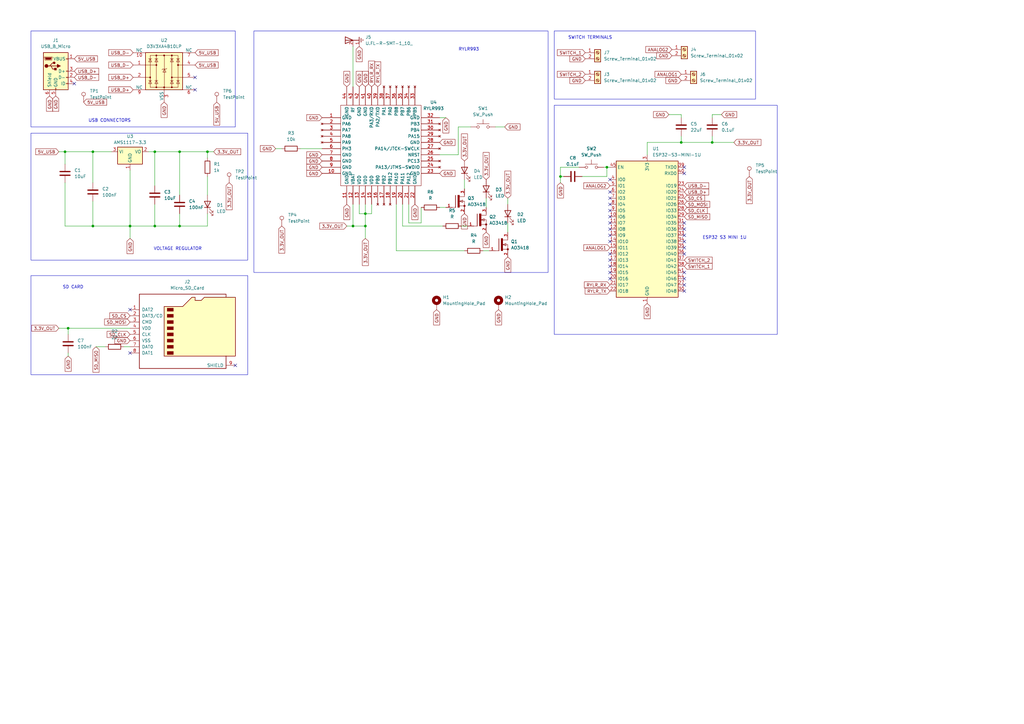
<source format=kicad_sch>
(kicad_sch (version 20231120) (generator "eeschema") (generator_version "8.0")
  (paper "A3")
  (lib_symbols
    (symbol "AO3418:AO3418" (pin_names (offset 1.016))
      (property "Reference" "Q" (at -11.684 2.54 0))
      (property "Value" "AO3418" (at -11.684 -6.858 0))
      (symbol "AO3418_0_0"
        (pin passive line (at -7.62 -2.54 0) (length 2.54) (name "~") (number "1"))
        (pin passive line (at 0 -5.08 90) (length 2.54) (name "~") (number "2"))
        (pin passive line (at 0 5.08 270) (length 2.54) (name "~") (number "3"))
      )
    )
    (symbol "Connector:Micro_SD_Card" (pin_names (offset 1.016))
      (property "Reference" "J" (at -16.51 15.24 0))
      (property "Value" "Micro_SD_Card" (at 16.51 15.24 0))
      (symbol "Micro_SD_Card_1_1"
        (pin bidirectional line (at -22.86 7.62 0) (length 3.81) (name "DAT2") (number "1"))
        (pin bidirectional line (at -22.86 5.08 0) (length 3.81) (name "DAT3/CD") (number "2"))
        (pin input line (at -22.86 2.54 0) (length 3.81) (name "CMD") (number "3"))
        (pin power_in line (at -22.86 0 0) (length 3.81) (name "VDD") (number "4"))
        (pin input line (at -22.86 -2.54 0) (length 3.81) (name "CLK") (number "5"))
        (pin power_in line (at -22.86 -5.08 0) (length 3.81) (name "VSS") (number "6"))
        (pin bidirectional line (at -22.86 -7.62 0) (length 3.81) (name "DAT0") (number "7"))
        (pin bidirectional line (at -22.86 -10.16 0) (length 3.81) (name "DAT1") (number "8"))
        (pin passive line (at 20.32 -15.24 180) (length 3.81) (name "SHIELD") (number "9"))
      )
    )
    (symbol "Connector:Screw_Terminal_01x02" (pin_names (offset 1.016) hide)
      (property "Reference" "J" (at 0 2.54 0))
      (property "Value" "Screw_Terminal_01x02" (at 0 -5.08 0))
      (symbol "Screw_Terminal_01x02_1_1"
        (pin passive line (at -5.08 0 0) (length 3.81) (name "Pin_1") (number "1"))
        (pin passive line (at -5.08 -2.54 0) (length 3.81) (name "Pin_2") (number "2"))
      )
    )
    (symbol "Connector:TestPoint" (pin_numbers hide) (pin_names (offset 0.762) hide)
      (property "Reference" "TP" (at 0 6.858 0))
      (property "Value" "TestPoint" (at 0 5.08 0))
      (symbol "TestPoint_1_1"
        (pin passive line (at 0 0 90) (length 2.54) (name "1") (number "1"))
      )
    )
    (symbol "Connector:USB_B_Micro" (pin_names (offset 1.016))
      (property "Reference" "J" (at -5.08 11.43 0))
      (property "Value" "USB_B_Micro" (at -5.08 8.89 0))
      (symbol "USB_B_Micro_1_1"
        (pin power_out line (at 7.62 5.08 180) (length 2.54) (name "VBUS") (number "1"))
        (pin bidirectional line (at 7.62 -2.54 180) (length 2.54) (name "D-") (number "2"))
        (pin bidirectional line (at 7.62 0 180) (length 2.54) (name "D+") (number "3"))
        (pin passive line (at 7.62 -5.08 180) (length 2.54) (name "ID") (number "4"))
        (pin power_out line (at 0 -10.16 90) (length 2.54) (name "GND") (number "5"))
        (pin passive line (at -2.54 -10.16 90) (length 2.54) (name "Shield") (number "6"))
      )
    )
    (symbol "Device:C" (pin_numbers hide) (pin_names (offset 0.254))
      (property "Reference" "C" (at 0.635 2.54 0))
      (property "Value" "C" (at 0.635 -2.54 0))
      (symbol "C_1_1"
        (pin passive line (at 0 3.81 270) (length 2.794) (name "~") (number "1"))
        (pin passive line (at 0 -3.81 90) (length 2.794) (name "~") (number "2"))
      )
    )
    (symbol "Device:LED" (pin_numbers hide) (pin_names (offset 1.016) hide)
      (property "Reference" "D" (at 0 2.54 0))
      (property "Value" "LED" (at 0 -2.54 0))
      (symbol "LED_1_1"
        (pin passive line (at -3.81 0 0) (length 2.54) (name "K") (number "1"))
        (pin passive line (at 3.81 0 180) (length 2.54) (name "A") (number "2"))
      )
    )
    (symbol "Device:R" (pin_numbers hide) (pin_names (offset 0))
      (property "Reference" "R" (at 2.032 0 90))
      (property "Value" "R" (at 0 0 90))
      (symbol "R_1_1"
        (pin passive line (at 0 3.81 270) (length 1.27) (name "~") (number "1"))
        (pin passive line (at 0 -3.81 90) (length 1.27) (name "~") (number "2"))
      )
    )
    (symbol "Mechanical:MountingHole_Pad" (pin_numbers hide) (pin_names (offset 1.016) hide) (exclude_from_sim yes) (in_bom no)
      (property "Reference" "H" (at 0 6.35 0))
      (property "Value" "MountingHole_Pad" (at 0 4.445 0))
      (symbol "MountingHole_Pad_1_1"
        (pin input line (at 0 -2.54 90) (length 2.54) (name "1") (number "1"))
      )
    )
    (symbol "Power_Protection:D3V3XA4B10LP" (pin_names (offset 0))
      (property "Reference" "U" (at -0.635 8.89 0))
      (property "Value" "D3V3XA4B10LP" (at 8.89 -10.16 0))
      (symbol "D3V3XA4B10LP_1_1"
        (pin passive line (at -12.7 2.54 0) (length 5.08) (name "~") (number "1"))
        (pin free line (at -12.7 7.62 0) (length 5.08) (name "NC") (number "10"))
        (pin passive line (at -12.7 -2.54 0) (length 5.08) (name "~") (number "2"))
        (pin power_in line (at 0 -12.7 90) (length 5.08) (name "VSS") (number "3"))
        (pin passive line (at 12.7 2.54 180) (length 5.08) (name "~") (number "4"))
        (pin passive line (at 12.7 -2.54 180) (length 5.08) (name "~") (number "5"))
        (pin free line (at 12.7 -7.62 180) (length 5.08) (name "NC") (number "6"))
        (pin free line (at 12.7 7.62 180) (length 5.08) (name "NC") (number "7"))
        (pin passive line (at 0 -12.7 90) (length 5.08) hide (name "VSS") (number "8"))
        (pin free line (at -12.7 -7.62 0) (length 5.08) (name "NC") (number "9"))
      )
    )
    (symbol "RF_Module:ESP32-S3-MINI-1U"
      (property "Reference" "U" (at -11.43 29.21 0))
      (property "Value" "ESP32-S3-MINI-1U" (at 12.7 29.21 0))
      (symbol "ESP32-S3-MINI-1U_1_1"
        (pin power_in line (at 0 -30.48 90) (length 2.54) (name "GND") (number "1"))
        (pin bidirectional line (at -15.24 5.08 0) (length 2.54) (name "IO6") (number "10"))
        (pin bidirectional line (at -15.24 2.54 0) (length 2.54) (name "IO7") (number "11"))
        (pin bidirectional line (at -15.24 0 0) (length 2.54) (name "IO8") (number "12"))
        (pin bidirectional line (at -15.24 -2.54 0) (length 2.54) (name "IO9") (number "13"))
        (pin bidirectional line (at -15.24 -5.08 0) (length 2.54) (name "IO10") (number "14"))
        (pin bidirectional line (at -15.24 -7.62 0) (length 2.54) (name "IO11") (number "15"))
        (pin bidirectional line (at -15.24 -10.16 0) (length 2.54) (name "IO12") (number "16"))
        (pin bidirectional line (at -15.24 -12.7 0) (length 2.54) (name "IO13") (number "17"))
        (pin bidirectional line (at -15.24 -15.24 0) (length 2.54) (name "IO14") (number "18"))
        (pin bidirectional line (at -15.24 -17.78 0) (length 2.54) (name "IO15") (number "19"))
        (pin passive line (at 0 -30.48 90) (length 2.54) hide (name "GND") (number "2"))
        (pin bidirectional line (at -15.24 -20.32 0) (length 2.54) (name "IO16") (number "20"))
        (pin bidirectional line (at -15.24 -22.86 0) (length 2.54) (name "IO17") (number "21"))
        (pin bidirectional line (at -15.24 -25.4 0) (length 2.54) (name "IO18") (number "22"))
        (pin bidirectional line (at 15.24 17.78 180) (length 2.54) (name "IO19") (number "23"))
        (pin bidirectional line (at 15.24 15.24 180) (length 2.54) (name "IO20") (number "24"))
        (pin bidirectional line (at 15.24 12.7 180) (length 2.54) (name "IO21") (number "25"))
        (pin bidirectional line (at 15.24 10.16 180) (length 2.54) (name "IO26") (number "26"))
        (pin bidirectional line (at 15.24 -22.86 180) (length 2.54) (name "IO47") (number "27"))
        (pin bidirectional line (at 15.24 7.62 180) (length 2.54) (name "IO33") (number "28"))
        (pin bidirectional line (at 15.24 5.08 180) (length 2.54) (name "IO34") (number "29"))
        (pin power_in line (at 0 30.48 270) (length 2.54) (name "3V3") (number "3"))
        (pin bidirectional line (at 15.24 -25.4 180) (length 2.54) (name "IO48") (number "30"))
        (pin bidirectional line (at 15.24 2.54 180) (length 2.54) (name "IO35") (number "31"))
        (pin bidirectional line (at 15.24 0 180) (length 2.54) (name "IO36") (number "32"))
        (pin bidirectional line (at 15.24 -2.54 180) (length 2.54) (name "IO37") (number "33"))
        (pin bidirectional line (at 15.24 -5.08 180) (length 2.54) (name "IO38") (number "34"))
        (pin bidirectional line (at 15.24 -7.62 180) (length 2.54) (name "IO39") (number "35"))
        (pin bidirectional line (at 15.24 -10.16 180) (length 2.54) (name "IO40") (number "36"))
        (pin bidirectional line (at 15.24 -12.7 180) (length 2.54) (name "IO41") (number "37"))
        (pin bidirectional line (at 15.24 -15.24 180) (length 2.54) (name "IO42") (number "38"))
        (pin bidirectional line (at 15.24 25.4 180) (length 2.54) (name "TXD0") (number "39"))
        (pin bidirectional line (at -15.24 20.32 0) (length 2.54) (name "IO0") (number "4"))
        (pin bidirectional line (at 15.24 22.86 180) (length 2.54) (name "RXD0") (number "40"))
        (pin bidirectional line (at 15.24 -17.78 180) (length 2.54) (name "IO45") (number "41"))
        (pin passive line (at 0 -30.48 90) (length 2.54) hide (name "GND") (number "42"))
        (pin passive line (at 0 -30.48 90) (length 2.54) hide (name "GND") (number "43"))
        (pin bidirectional line (at 15.24 -20.32 180) (length 2.54) (name "IO46") (number "44"))
        (pin input line (at -15.24 25.4 0) (length 2.54) (name "EN") (number "45"))
        (pin passive line (at 0 -30.48 90) (length 2.54) hide (name "GND") (number "46"))
        (pin passive line (at 0 -30.48 90) (length 2.54) hide (name "GND") (number "47"))
        (pin passive line (at 0 -30.48 90) (length 2.54) hide (name "GND") (number "48"))
        (pin passive line (at 0 -30.48 90) (length 2.54) hide (name "GND") (number "49"))
        (pin bidirectional line (at -15.24 17.78 0) (length 2.54) (name "IO1") (number "5"))
        (pin passive line (at 0 -30.48 90) (length 2.54) hide (name "GND") (number "50"))
        (pin passive line (at 0 -30.48 90) (length 2.54) hide (name "GND") (number "51"))
        (pin passive line (at 0 -30.48 90) (length 2.54) hide (name "GND") (number "52"))
        (pin passive line (at 0 -30.48 90) (length 2.54) hide (name "GND") (number "53"))
        (pin passive line (at 0 -30.48 90) (length 2.54) hide (name "GND") (number "54"))
        (pin passive line (at 0 -30.48 90) (length 2.54) hide (name "GND") (number "55"))
        (pin passive line (at 0 -30.48 90) (length 2.54) hide (name "GND") (number "56"))
        (pin passive line (at 0 -30.48 90) (length 2.54) hide (name "GND") (number "57"))
        (pin passive line (at 0 -30.48 90) (length 2.54) hide (name "GND") (number "58"))
        (pin passive line (at 0 -30.48 90) (length 2.54) hide (name "GND") (number "59"))
        (pin bidirectional line (at -15.24 15.24 0) (length 2.54) (name "IO2") (number "6"))
        (pin passive line (at 0 -30.48 90) (length 2.54) hide (name "GND") (number "60"))
        (pin passive line (at 0 -30.48 90) (length 2.54) hide (name "GND") (number "61"))
        (pin passive line (at 0 -30.48 90) (length 2.54) hide (name "GND") (number "62"))
        (pin passive line (at 0 -30.48 90) (length 2.54) hide (name "GND") (number "63"))
        (pin passive line (at 0 -30.48 90) (length 2.54) hide (name "GND") (number "64"))
        (pin passive line (at 0 -30.48 90) (length 2.54) hide (name "GND") (number "65"))
        (pin bidirectional line (at -15.24 12.7 0) (length 2.54) (name "IO3") (number "7"))
        (pin bidirectional line (at -15.24 10.16 0) (length 2.54) (name "IO4") (number "8"))
        (pin bidirectional line (at -15.24 7.62 0) (length 2.54) (name "IO5") (number "9"))
      )
    )
    (symbol "Regulator_Linear:AMS1117-3.3"
      (property "Reference" "U" (at -3.81 3.175 0))
      (property "Value" "AMS1117-3.3" (at 0 3.175 0))
      (symbol "AMS1117-3.3_1_1"
        (pin power_in line (at 0 -7.62 90) (length 2.54) (name "GND") (number "1"))
        (pin power_out line (at 7.62 0 180) (length 2.54) (name "VO") (number "2"))
        (pin power_in line (at -7.62 0 0) (length 2.54) (name "VI") (number "3"))
      )
    )
    (symbol "Subscale:RYLR993"
      (property "Reference" "U" (at 0 -19.558 0))
      (property "Value" "RYLR993" (at 0 0 0))
      (symbol "RYLR993_1_1"
        (pin power_in line (at -17.78 11.43 0) (length 7.62) (name "GND") (number "1"))
        (pin power_in line (at -17.78 -11.43 0) (length 7.62) (name "GND") (number "10"))
        (pin power_in line (at -7.62 -24.13 90) (length 7.62) (name "GND") (number "11"))
        (pin power_in line (at -5.08 -24.13 90) (length 7.62) (name "VBAT") (number "12"))
        (pin power_in line (at -2.54 -24.13 90) (length 7.62) (name "VDD") (number "13"))
        (pin power_in line (at 0 -24.13 90) (length 7.62) (name "VDD") (number "14"))
        (pin power_in line (at 2.54 -24.13 90) (length 7.62) (name "VDD") (number "15"))
        (pin no_connect line (at 5.08 -24.13 90) (length 7.62) (name "PB0") (number "16"))
        (pin no_connect line (at 7.62 -24.13 90) (length 7.62) (name "PB2") (number "17"))
        (pin no_connect line (at 10.16 -24.13 90) (length 7.62) (name "PB12") (number "18"))
        (pin output line (at 12.7 -24.13 90) (length 7.62) (name "PA10") (number "19"))
        (pin no_connect line (at -17.78 8.89 0) (length 7.62) (name "PA6") (number "2"))
        (pin output line (at 15.24 -24.13 90) (length 7.62) (name "PA11") (number "20"))
        (pin output line (at 17.78 -24.13 90) (length 7.62) (name "PA12") (number "21"))
        (pin power_in line (at 20.32 -24.13 90) (length 7.62) (name "GND") (number "22"))
        (pin power_in line (at 30.48 -11.43 180) (length 7.62) (name "GND") (number "23"))
        (pin no_connect line (at 30.48 -8.89 180) (length 7.62) (name "PA13/JTMS-SWDIO") (number "24"))
        (pin no_connect line (at 30.48 -6.35 180) (length 7.62) (name "PC13") (number "25"))
        (pin input line (at 30.48 -3.81 180) (length 7.62) (name "NRST") (number "26"))
        (pin no_connect line (at 30.48 -1.27 180) (length 7.62) (name "PA14/JTCK-SWCLK") (number "27"))
        (pin power_in line (at 30.48 1.27 180) (length 7.62) (name "GND") (number "28"))
        (pin no_connect line (at 30.48 3.81 180) (length 7.62) (name "PA15") (number "29"))
        (pin no_connect line (at -17.78 6.35 0) (length 7.62) (name "PA7") (number "3"))
        (pin no_connect line (at 30.48 6.35 180) (length 7.62) (name "PB4") (number "30"))
        (pin no_connect line (at 30.48 8.89 180) (length 7.62) (name "PB3") (number "31"))
        (pin power_in line (at 30.48 11.43 180) (length 7.62) (name "GND") (number "32"))
        (pin no_connect line (at 20.32 24.13 270) (length 7.62) (name "PB5") (number "33"))
        (pin no_connect line (at 17.78 24.13 270) (length 7.62) (name "PB6") (number "34"))
        (pin no_connect line (at 15.24 24.13 270) (length 7.62) (name "PB7") (number "35"))
        (pin no_connect line (at 12.7 24.13 270) (length 7.62) (name "PB8") (number "36"))
        (pin no_connect line (at 10.16 24.13 270) (length 7.62) (name "PA0") (number "37"))
        (pin no_connect line (at 7.62 24.13 270) (length 7.62) (name "PA1") (number "38"))
        (pin output line (at 5.08 24.13 270) (length 7.62) (name "PA2/TXD") (number "39"))
        (pin no_connect line (at -17.78 3.81 0) (length 7.62) (name "PA8") (number "4"))
        (pin input line (at 2.54 24.13 270) (length 7.62) (name "PA3/RXD") (number "40"))
        (pin power_in line (at 0 24.13 270) (length 7.62) (name "GND") (number "41"))
        (pin power_in line (at -2.54 24.13 270) (length 7.62) (name "GND") (number "42"))
        (pin bidirectional line (at -5.08 24.13 270) (length 7.62) (name "RF") (number "43"))
        (pin power_in line (at -7.62 24.13 270) (length 7.62) (name "GND") (number "44"))
        (pin no_connect line (at -17.78 1.27 0) (length 7.62) (name "PA9") (number "5"))
        (pin input line (at -17.78 -1.27 0) (length 7.62) (name "PH3") (number "6"))
        (pin power_in line (at -17.78 -3.81 0) (length 7.62) (name "GND") (number "7"))
        (pin power_in line (at -17.78 -6.35 0) (length 7.62) (name "GND") (number "8"))
        (pin power_in line (at -17.78 -8.89 0) (length 7.62) (name "GND") (number "9"))
      )
    )
    (symbol "Switch:SW_Push" (pin_numbers hide) (pin_names (offset 1.016) hide)
      (property "Reference" "SW" (at 1.27 2.54 0))
      (property "Value" "SW_Push" (at 0 -1.524 0))
      (symbol "SW_Push_0_1"
        (pin passive line (at -5.08 0 0) (length 2.54) (name "1") (number "1"))
        (pin passive line (at 5.08 0 180) (length 2.54) (name "2") (number "2"))
      )
    )
    (symbol "U.FL-R-SMT-1_10_:U.FL-R-SMT-1_10_" (pin_names (offset 1.016))
      (property "Reference" "J" (at -2.5406 5.0869 0))
      (property "Value" "U.FL-R-SMT-1_10_" (at -2.6677 -7.6346 0))
      (symbol "U.FL-R-SMT-1_10__0_0"
        (pin passive line (at -2.54 -2.54 0) (length 2.54) (name "~") (number "1"))
        (pin passive line (at -2.54 0 0) (length 2.54) (name "~") (number "2"))
      )
    )
  )
  (junction (at 229.87 72.39))
  (junction (at 26.67 62.23))
  (junction (at 27.94 134.62))
  (junction (at 63.5 92.71))
  (junction (at 144.78 92.71))
  (junction (at 63.5 62.23))
  (junction (at 248.92 68.58))
  (junction (at 38.1 62.23))
  (junction (at 279.4 58.42))
  (junction (at 149.86 92.71))
  (junction (at 53.34 92.71))
  (junction (at 149.86 87.63))
  (junction (at 38.1 92.71))
  (junction (at 73.66 92.71))
  (junction (at 73.66 62.23))
  (junction (at 292.1 58.42))
  (junction (at 85.09 62.23))
  (no_connect (at 280.67 111.76))
  (no_connect (at 250.19 93.98))
  (no_connect (at 250.19 99.06))
  (no_connect (at 250.19 81.28))
  (no_connect (at 53.34 144.78))
  (no_connect (at 30.48 34.29))
  (no_connect (at 250.19 73.66))
  (no_connect (at 250.19 104.14))
  (no_connect (at 280.67 71.12))
  (no_connect (at 280.67 104.14))
  (no_connect (at 53.34 127))
  (no_connect (at 280.67 93.98))
  (no_connect (at 96.52 149.86))
  (no_connect (at 250.19 83.82))
  (no_connect (at 250.19 114.3))
  (no_connect (at 250.19 88.9))
  (no_connect (at 250.19 106.68))
  (no_connect (at 80.01 36.83))
  (no_connect (at 280.67 91.44))
  (no_connect (at 80.01 31.75))
  (no_connect (at 280.67 96.52))
  (no_connect (at 250.19 86.36))
  (no_connect (at 280.67 119.38))
  (no_connect (at 280.67 68.58))
  (no_connect (at 280.67 101.6))
  (no_connect (at 250.19 96.52))
  (no_connect (at 280.67 114.3))
  (no_connect (at 250.19 111.76))
  (no_connect (at 280.67 116.84))
  (no_connect (at 280.67 99.06))
  (no_connect (at 250.19 78.74))
  (no_connect (at 250.19 109.22))
  (no_connect (at 250.19 91.44))
  (wire (pts (xy 38.1 92.71) (xy 53.34 92.71)))
  (wire (pts (xy 63.5 83.82) (xy 63.5 92.71)))
  (wire (pts (xy 180.34 48.26) (xy 182.88 48.26)))
  (wire (pts (xy 26.67 62.23) (xy 26.67 67.31)))
  (wire (pts (xy 229.87 68.58) (xy 229.87 72.39)))
  (wire (pts (xy 38.1 62.23) (xy 38.1 74.93)))
  (wire (pts (xy 279.4 46.99) (xy 274.32 46.99)))
  (wire (pts (xy 38.1 62.23) (xy 45.72 62.23)))
  (wire (pts (xy 149.86 92.71) (xy 149.86 97.79)))
  (wire (pts (xy 85.09 62.23) (xy 85.09 64.77)))
  (wire (pts (xy 149.86 87.63) (xy 149.86 92.71)))
  (wire (pts (xy 292.1 55.88) (xy 292.1 58.42)))
  (wire (pts (xy 27.94 134.62) (xy 27.94 137.16)))
  (wire (pts (xy 229.87 68.58) (xy 237.49 68.58)))
  (wire (pts (xy 39.37 142.24) (xy 43.18 142.24)))
  (wire (pts (xy 85.09 92.71) (xy 73.66 92.71)))
  (wire (pts (xy 248.92 68.58) (xy 250.19 68.58)))
  (wire (pts (xy 165.1 92.71) (xy 181.61 92.71)))
  (wire (pts (xy 144.78 83.82) (xy 144.78 92.71)))
  (wire (pts (xy 63.5 92.71) (xy 53.34 92.71)))
  (wire (pts (xy 85.09 87.63) (xy 85.09 92.71)))
  (wire (pts (xy 27.94 134.62) (xy 53.34 134.62)))
  (wire (pts (xy 172.72 85.09) (xy 172.72 91.44)))
  (wire (pts (xy 167.64 83.82) (xy 167.64 91.44)))
  (wire (pts (xy 73.66 87.63) (xy 73.66 92.71)))
  (wire (pts (xy 63.5 62.23) (xy 73.66 62.23)))
  (wire (pts (xy 63.5 62.23) (xy 63.5 76.2)))
  (wire (pts (xy 292.1 48.26) (xy 292.1 46.99)))
  (wire (pts (xy 149.86 83.82) (xy 149.86 87.63)))
  (wire (pts (xy 113.03 60.96) (xy 115.57 60.96)))
  (wire (pts (xy 199.39 81.28) (xy 199.39 85.09)))
  (wire (pts (xy 279.4 48.26) (xy 279.4 46.99)))
  (wire (pts (xy 60.96 62.23) (xy 63.5 62.23)))
  (wire (pts (xy 147.32 83.82) (xy 147.32 87.63)))
  (wire (pts (xy 167.64 91.44) (xy 172.72 91.44)))
  (wire (pts (xy 27.94 144.78) (xy 27.94 146.05)))
  (wire (pts (xy 190.5 73.66) (xy 190.5 77.47)))
  (wire (pts (xy 144.78 19.05) (xy 144.78 35.56)))
  (wire (pts (xy 53.34 69.85) (xy 53.34 92.71)))
  (wire (pts (xy 180.34 63.5) (xy 187.96 63.5)))
  (wire (pts (xy 229.87 72.39) (xy 231.14 72.39)))
  (wire (pts (xy 208.28 91.44) (xy 208.28 95.25)))
  (wire (pts (xy 38.1 82.55) (xy 38.1 92.71)))
  (wire (pts (xy 247.65 68.58) (xy 248.92 68.58)))
  (wire (pts (xy 26.67 62.23) (xy 38.1 62.23)))
  (wire (pts (xy 198.12 102.87) (xy 200.66 102.87)))
  (wire (pts (xy 85.09 62.23) (xy 87.63 62.23)))
  (wire (pts (xy 238.76 72.39) (xy 248.92 72.39)))
  (wire (pts (xy 265.43 58.42) (xy 265.43 63.5)))
  (wire (pts (xy 24.13 62.23) (xy 26.67 62.23)))
  (wire (pts (xy 162.56 83.82) (xy 162.56 102.87)))
  (wire (pts (xy 85.09 72.39) (xy 85.09 80.01)))
  (wire (pts (xy 279.4 55.88) (xy 279.4 58.42)))
  (wire (pts (xy 73.66 92.71) (xy 63.5 92.71)))
  (wire (pts (xy 292.1 58.42) (xy 300.99 58.42)))
  (wire (pts (xy 292.1 46.99) (xy 295.91 46.99)))
  (wire (pts (xy 50.8 142.24) (xy 53.34 142.24)))
  (wire (pts (xy 123.19 60.96) (xy 132.08 60.96)))
  (wire (pts (xy 208.28 81.28) (xy 208.28 83.82)))
  (wire (pts (xy 165.1 83.82) (xy 165.1 92.71)))
  (wire (pts (xy 248.92 72.39) (xy 248.92 68.58)))
  (wire (pts (xy 144.78 92.71) (xy 149.86 92.71)))
  (wire (pts (xy 26.67 74.93) (xy 26.67 92.71)))
  (wire (pts (xy 187.96 63.5) (xy 187.96 52.07)))
  (wire (pts (xy 53.34 92.71) (xy 53.34 97.79)))
  (wire (pts (xy 142.24 92.71) (xy 144.78 92.71)))
  (wire (pts (xy 203.2 52.07) (xy 207.01 52.07)))
  (wire (pts (xy 152.4 87.63) (xy 149.86 87.63)))
  (wire (pts (xy 24.13 134.62) (xy 27.94 134.62)))
  (wire (pts (xy 229.87 72.39) (xy 229.87 74.93)))
  (wire (pts (xy 152.4 83.82) (xy 152.4 87.63)))
  (wire (pts (xy 26.67 92.71) (xy 38.1 92.71)))
  (wire (pts (xy 73.66 62.23) (xy 85.09 62.23)))
  (wire (pts (xy 73.66 62.23) (xy 73.66 80.01)))
  (wire (pts (xy 189.23 92.71) (xy 191.77 92.71)))
  (wire (pts (xy 279.4 58.42) (xy 292.1 58.42)))
  (wire (pts (xy 147.32 87.63) (xy 149.86 87.63)))
  (wire (pts (xy 265.43 58.42) (xy 279.4 58.42)))
  (wire (pts (xy 187.96 52.07) (xy 193.04 52.07)))
  (wire (pts (xy 162.56 102.87) (xy 190.5 102.87)))
  (wire (pts (xy 180.34 85.09) (xy 182.88 85.09)))
  (rectangle (start 12.7 113.03) (end 101.6 153.67))
  (rectangle (start 227.33 43.18) (end 318.77 137.16))
  (rectangle (start 12.7 54.61) (end 101.6 106.68))
  (rectangle (start 104.14 12.7) (end 224.79 111.76))
  (rectangle (start 227.33 12.7) (end 309.88 40.64))
  (rectangle (start 12.7 12.7) (end 96.52 52.07))
  (text "VOLTAGE REGULATOR" (at 72.898 102.108 0) (effects (font (size 1.27 1.27))))
  (text "SD CARD" (at 29.972 117.856 0) (effects (font (size 1.27 1.27))))
  (text "RYLR993" (at 192.278 20.32 0) (effects (font (size 1.27 1.27))))
  (text "USB CONNECTORS" (at 44.958 49.53 0) (effects (font (size 1.27 1.27))))
  (text "SWITCH TERMINALS" (at 242.062 15.494 0) (effects (font (size 1.27 1.27))))
  (text "ESP32 S3 MINI 1U" (at 297.18 97.536 0) (effects (font (size 1.27 1.27))))
  (global_label "GND" (shape input) (at 67.31 41.91 270) (property "Intersheetrefs" "${INTERSHEET_REFS}" (effects (hide yes))))
  (global_label "GND" (shape input) (at 179.07 127 270) (property "Intersheetrefs" "${INTERSHEET_REFS}" (effects (hide yes))))
  (global_label "SD_MISO" (shape input) (at 39.37 142.24 270) (property "Intersheetrefs" "${INTERSHEET_REFS}" (effects (hide yes))))
  (global_label "GND" (shape input) (at 27.94 146.05 270) (property "Intersheetrefs" "${INTERSHEET_REFS}" (effects (hide yes))))
  (global_label "3.3V_OUT" (shape input) (at 199.39 73.66 90) (property "Intersheetrefs" "${INTERSHEET_REFS}" (effects (hide yes))))
  (global_label "5V_USB" (shape input) (at 24.13 62.23 180) (property "Intersheetrefs" "${INTERSHEET_REFS}" (effects (hide yes))))
  (global_label "SD_CS" (shape input) (at 280.67 81.28 0) (property "Intersheetrefs" "${INTERSHEET_REFS}" (effects (hide yes))))
  (global_label "RYLR_TX" (shape input) (at 154.94 35.56 90) (property "Intersheetrefs" "${INTERSHEET_REFS}" (effects (hide yes))))
  (global_label "SWITCH_1" (shape input) (at 240.03 21.59 180) (property "Intersheetrefs" "${INTERSHEET_REFS}" (effects (hide yes))))
  (global_label "GND" (shape input) (at 149.86 35.56 90) (property "Intersheetrefs" "${INTERSHEET_REFS}" (effects (hide yes))))
  (global_label "3.3V_OUT" (shape input) (at 190.5 66.04 90) (property "Intersheetrefs" "${INTERSHEET_REFS}" (effects (hide yes))))
  (global_label "GND" (shape input) (at 20.32 39.37 270) (property "Intersheetrefs" "${INTERSHEET_REFS}" (effects (hide yes))))
  (global_label "5V_USB" (shape input) (at 30.48 24.13 0) (property "Intersheetrefs" "${INTERSHEET_REFS}" (effects (hide yes))))
  (global_label "USB_D+" (shape input) (at 280.67 78.74 0) (property "Intersheetrefs" "${INTERSHEET_REFS}" (effects (hide yes))))
  (global_label "GND" (shape input) (at 113.03 60.96 180) (property "Intersheetrefs" "${INTERSHEET_REFS}" (effects (hide yes))))
  (global_label "GND" (shape input) (at 275.59 22.86 180) (property "Intersheetrefs" "${INTERSHEET_REFS}" (effects (hide yes))))
  (global_label "GND" (shape input) (at 265.43 124.46 270) (property "Intersheetrefs" "${INTERSHEET_REFS}" (effects (hide yes))))
  (global_label "USB_D+" (shape input) (at 30.48 29.21 0) (property "Intersheetrefs" "${INTERSHEET_REFS}" (effects (hide yes))))
  (global_label "3.3V_OUT" (shape input) (at 300.99 58.42 0) (property "Intersheetrefs" "${INTERSHEET_REFS}" (effects (hide yes))))
  (global_label "RYLR_RX" (shape input) (at 152.4 35.56 90) (property "Intersheetrefs" "${INTERSHEET_REFS}" (effects (hide yes))))
  (global_label "GND" (shape input) (at 240.03 24.13 180) (property "Intersheetrefs" "${INTERSHEET_REFS}" (effects (hide yes))))
  (global_label "GND" (shape input) (at 295.91 46.99 0) (property "Intersheetrefs" "${INTERSHEET_REFS}" (effects (hide yes))))
  (global_label "SWITCH_1" (shape input) (at 280.67 109.22 0) (property "Intersheetrefs" "${INTERSHEET_REFS}" (effects (hide yes))))
  (global_label "GND" (shape input) (at 207.01 52.07 0) (property "Intersheetrefs" "${INTERSHEET_REFS}" (effects (hide yes))))
  (global_label "GND" (shape input) (at 274.32 46.99 180) (property "Intersheetrefs" "${INTERSHEET_REFS}" (effects (hide yes))))
  (global_label "GND" (shape input) (at 180.34 58.42 0) (property "Intersheetrefs" "${INTERSHEET_REFS}" (effects (hide yes))))
  (global_label "GND" (shape input) (at 142.24 35.56 90) (property "Intersheetrefs" "${INTERSHEET_REFS}" (effects (hide yes))))
  (global_label "SD_CS" (shape input) (at 53.34 129.54 180) (property "Intersheetrefs" "${INTERSHEET_REFS}" (effects (hide yes))))
  (global_label "GND" (shape input) (at 182.88 48.26 270) (property "Intersheetrefs" "${INTERSHEET_REFS}" (effects (hide yes))))
  (global_label "GND" (shape input) (at 147.32 19.05 270) (property "Intersheetrefs" "${INTERSHEET_REFS}" (effects (hide yes))))
  (global_label "3.3V_OUT" (shape input) (at 307.34 72.39 270) (property "Intersheetrefs" "${INTERSHEET_REFS}" (effects (hide yes))))
  (global_label "SWITCH_2" (shape input) (at 280.67 106.68 0) (property "Intersheetrefs" "${INTERSHEET_REFS}" (effects (hide yes))))
  (global_label "ANALOG2" (shape input) (at 275.59 20.32 180) (property "Intersheetrefs" "${INTERSHEET_REFS}" (effects (hide yes))))
  (global_label "GND" (shape input) (at 147.32 35.56 90) (property "Intersheetrefs" "${INTERSHEET_REFS}" (effects (hide yes))))
  (global_label "5V_USB" (shape input) (at 88.9 41.91 270) (property "Intersheetrefs" "${INTERSHEET_REFS}" (effects (hide yes))))
  (global_label "GND" (shape input) (at 132.08 63.5 180) (property "Intersheetrefs" "${INTERSHEET_REFS}" (effects (hide yes))))
  (global_label "GND" (shape input) (at 132.08 68.58 180) (property "Intersheetrefs" "${INTERSHEET_REFS}" (effects (hide yes))))
  (global_label "SD_MOSI" (shape input) (at 280.67 83.82 0) (property "Intersheetrefs" "${INTERSHEET_REFS}" (effects (hide yes))))
  (global_label "GND" (shape input) (at 132.08 48.26 180) (property "Intersheetrefs" "${INTERSHEET_REFS}" (effects (hide yes))))
  (global_label "RYLR_RX" (shape input) (at 250.19 116.84 180) (property "Intersheetrefs" "${INTERSHEET_REFS}" (effects (hide yes))))
  (global_label "GND" (shape input) (at 229.87 74.93 270) (property "Intersheetrefs" "${INTERSHEET_REFS}" (effects (hide yes))))
  (global_label "3.3V_OUT" (shape input) (at 24.13 134.62 180) (property "Intersheetrefs" "${INTERSHEET_REFS}" (effects (hide yes))))
  (global_label "5V_USB" (shape input) (at 34.29 41.91 0) (property "Intersheetrefs" "${INTERSHEET_REFS}" (effects (hide yes))))
  (global_label "ANALOG1" (shape input) (at 250.19 101.6 180) (property "Intersheetrefs" "${INTERSHEET_REFS}" (effects (hide yes))))
  (global_label "GND" (shape input) (at 204.47 127 270) (property "Intersheetrefs" "${INTERSHEET_REFS}" (effects (hide yes))))
  (global_label "GND" (shape input) (at 53.34 97.79 270) (property "Intersheetrefs" "${INTERSHEET_REFS}" (effects (hide yes))))
  (global_label "SD_CLK" (shape input) (at 53.34 137.16 180) (property "Intersheetrefs" "${INTERSHEET_REFS}" (effects (hide yes))))
  (global_label "GND" (shape input) (at 53.34 139.7 180) (property "Intersheetrefs" "${INTERSHEET_REFS}" (effects (hide yes))))
  (global_label "USB_D+" (shape input) (at 54.61 36.83 180) (property "Intersheetrefs" "${INTERSHEET_REFS}" (effects (hide yes))))
  (global_label "GND" (shape input) (at 208.28 105.41 270) (property "Intersheetrefs" "${INTERSHEET_REFS}" (effects (hide yes))))
  (global_label "3.3V_OUT" (shape input) (at 87.63 62.23 0) (property "Intersheetrefs" "${INTERSHEET_REFS}" (effects (hide yes))))
  (global_label "SD_MOSI" (shape input) (at 53.34 132.08 180) (property "Intersheetrefs" "${INTERSHEET_REFS}" (effects (hide yes))))
  (global_label "ANALOG2" (shape input) (at 250.19 76.2 180) (property "Intersheetrefs" "${INTERSHEET_REFS}" (effects (hide yes))))
  (global_label "USB_D-" (shape input) (at 54.61 21.59 180) (property "Intersheetrefs" "${INTERSHEET_REFS}" (effects (hide yes))))
  (global_label "GND" (shape input) (at 240.03 33.02 180) (property "Intersheetrefs" "${INTERSHEET_REFS}" (effects (hide yes))))
  (global_label "3.3V_OUT" (shape input) (at 208.28 81.28 90) (property "Intersheetrefs" "${INTERSHEET_REFS}" (effects (hide yes))))
  (global_label "USB_D-" (shape input) (at 30.48 31.75 0) (property "Intersheetrefs" "${INTERSHEET_REFS}" (effects (hide yes))))
  (global_label "SD_CLK" (shape input) (at 280.67 86.36 0) (property "Intersheetrefs" "${INTERSHEET_REFS}" (effects (hide yes))))
  (global_label "USB_D-" (shape input) (at 280.67 76.2 0) (property "Intersheetrefs" "${INTERSHEET_REFS}" (effects (hide yes))))
  (global_label "3.3V_OUT" (shape input) (at 142.24 92.71 180) (property "Intersheetrefs" "${INTERSHEET_REFS}" (effects (hide yes))))
  (global_label "3.3V_OUT" (shape input) (at 115.57 92.71 270) (property "Intersheetrefs" "${INTERSHEET_REFS}" (effects (hide yes))))
  (global_label "GND" (shape input) (at 170.18 83.82 270) (property "Intersheetrefs" "${INTERSHEET_REFS}" (effects (hide yes))))
  (global_label "SD_MISO" (shape input) (at 280.67 88.9 0) (property "Intersheetrefs" "${INTERSHEET_REFS}" (effects (hide yes))))
  (global_label "ANALOG1" (shape input) (at 279.4 30.48 180) (property "Intersheetrefs" "${INTERSHEET_REFS}" (effects (hide yes))))
  (global_label "GND" (shape input) (at 180.34 71.12 0) (property "Intersheetrefs" "${INTERSHEET_REFS}" (effects (hide yes))))
  (global_label "GND" (shape input) (at 279.4 33.02 180) (property "Intersheetrefs" "${INTERSHEET_REFS}" (effects (hide yes))))
  (global_label "USB_D-" (shape input) (at 54.61 26.67 180) (property "Intersheetrefs" "${INTERSHEET_REFS}" (effects (hide yes))))
  (global_label "GND" (shape input) (at 190.5 87.63 270) (property "Intersheetrefs" "${INTERSHEET_REFS}" (effects (hide yes))))
  (global_label "SWITCH_2" (shape input) (at 240.03 30.48 180) (property "Intersheetrefs" "${INTERSHEET_REFS}" (effects (hide yes))))
  (global_label "5V_USB" (shape input) (at 80.01 21.59 0) (property "Intersheetrefs" "${INTERSHEET_REFS}" (effects (hide yes))))
  (global_label "GND" (shape input) (at 199.39 95.25 270) (property "Intersheetrefs" "${INTERSHEET_REFS}" (effects (hide yes))))
  (global_label "USB_D+" (shape input) (at 54.61 31.75 180) (property "Intersheetrefs" "${INTERSHEET_REFS}" (effects (hide yes))))
  (global_label "3.3V_OUT" (shape input) (at 93.98 74.93 270) (property "Intersheetrefs" "${INTERSHEET_REFS}" (effects (hide yes))))
  (global_label "5V_USB" (shape input) (at 80.01 26.67 0) (property "Intersheetrefs" "${INTERSHEET_REFS}" (effects (hide yes))))
  (global_label "GND" (shape input) (at 22.86 39.37 270) (property "Intersheetrefs" "${INTERSHEET_REFS}" (effects (hide yes))))
  (global_label "GND" (shape input) (at 142.24 83.82 270) (property "Intersheetrefs" "${INTERSHEET_REFS}" (effects (hide yes))))
  (global_label "RYLR_TX" (shape input) (at 250.19 119.38 180) (property "Intersheetrefs" "${INTERSHEET_REFS}" (effects (hide yes))))
  (global_label "GND" (shape input) (at 132.08 71.12 180) (property "Intersheetrefs" "${INTERSHEET_REFS}" (effects (hide yes))))
  (global_label "3.3V_OUT" (shape input) (at 149.86 97.79 270) (property "Intersheetrefs" "${INTERSHEET_REFS}" (effects (hide yes))))
  (global_label "GND" (shape input) (at 132.08 66.04 180) (property "Intersheetrefs" "${INTERSHEET_REFS}" (effects (hide yes))))
  (symbol (lib_id "Device:C") (at 279.4 52.07 0) (unit 1)
    (property "Reference" "C5" (at 283.21 50.7999 0) (effects (justify left)))
    (property "Value" "22uF" (at 283.21 53.3399 0) (effects (justify left)))
    (property "Footprint" "Capacitor_SMD:C_0201_0603Metric" (effects (hide yes)))
    (property "Description" "Unpolarized capacitor" (effects (hide yes)))
  )
  (symbol (lib_id "Subscale:RYLR993") (at 149.86 59.69 0) (unit 1)
    (property "Reference" "U4" (at 177.8 41.9414 0))
    (property "Value" "RYLR993" (at 177.8 44.4814 0))
    (property "Footprint" "RYLR993:RYLR993" (effects (hide yes)))
  )
  (symbol (lib_id "Connector:Screw_Terminal_01x02") (at 280.67 20.32 0) (unit 1)
    (property "Reference" "J4" (at 283.21 20.3199 0) (effects (justify left)))
    (property "Value" "Screw_Terminal_01x02" (at 283.21 22.8599 0) (effects (justify left)))
    (property "Footprint" "TerminalBlock:TerminalBlock_Xinya_XY308-2.54-2P_1x02_P2.54mm_Horizontal" (effects (hide yes)))
    (property "Description" "Generic screw terminal, single row, 01x02, script generated (kicad-library-utils/schlib/autogen/connector/)" (effects (hide yes)))
  )
  (symbol (lib_id "Connector:Screw_Terminal_01x02") (at 245.11 21.59 0) (unit 1)
    (property "Reference" "J7" (at 247.65 21.5899 0) (effects (justify left)))
    (property "Value" "Screw_Terminal_01x02" (at 247.65 24.1299 0) (effects (justify left)))
    (property "Footprint" "TerminalBlock:TerminalBlock_Xinya_XY308-2.54-2P_1x02_P2.54mm_Horizontal" (effects (hide yes)))
    (property "Description" "Generic screw terminal, single row, 01x02, script generated (kicad-library-utils/schlib/autogen/connector/)" (effects (hide yes)))
  )
  (symbol (lib_id "Switch:SW_Push") (at 242.57 68.58 0) (unit 1)
    (property "Reference" "SW2" (at 242.57 60.96 0))
    (property "Value" "SW_Push" (at 242.57 63.5 0))
    (property "Footprint" "Button_Switch_SMD:SW_Tactile_SPST_NO_Straight_CK_PTS636Sx25SMTRLFS" (effects (hide yes)))
    (property "Description" "Push button switch, generic, two pins" (effects (hide yes)))
  )
  (symbol (lib_id "Device:R") (at 185.42 92.71 90) (unit 1)
    (property "Reference" "R5" (at 185.42 86.36 90))
    (property "Value" "R" (at 185.42 88.9 90))
    (property "Footprint" "Resistor_SMD:R_0201_0603Metric" (effects (hide yes)))
    (property "Description" "Resistor" (effects (hide yes)))
  )
  (symbol (lib_id "Device:LED") (at 190.5 69.85 90) (unit 1)
    (property "Reference" "D4" (at 194.31 70.1674 90) (effects (justify right)))
    (property "Value" "LED" (at 194.31 72.7074 90) (effects (justify right)))
    (property "Footprint" "LED_SMD:LED_miniPLCC_2315" (effects (hide yes)))
    (property "Description" "Light emitting diode" (effects (hide yes)))
  )
  (symbol (lib_id "Regulator_Linear:AMS1117-3.3") (at 53.34 62.23 0) (unit 1)
    (property "Reference" "U3" (at 53.34 55.88 0))
    (property "Value" "AMS1117-3.3" (at 53.34 58.42 0))
    (property "Footprint" "Package_TO_SOT_SMD:SOT-223-3_TabPin2" (effects (hide yes)))
    (property "Datasheet" "http://www.advanced-monolithic.com/pdf/ds1117.pdf" (effects (hide yes)))
    (property "Description" "1A Low Dropout regulator, positive, 3.3V fixed output, SOT-223" (effects (hide yes)))
  )
  (symbol (lib_id "Power_Protection:D3V3XA4B10LP") (at 67.31 29.21 0) (unit 1)
    (property "Reference" "U2" (at 67.31 16.51 0))
    (property "Value" "D3V3XA4B10LP" (at 67.31 19.05 0))
    (property "Footprint" "Package_DFN_QFN:Diodes_UDFN-10_1.0x2.5mm_P0.5mm" (effects (hide yes)))
    (property "Datasheet" "https://www.diodes.com/assets/Datasheets/D3V3XA4B10LP.pdf" (effects (hide yes)))
    (property "Description" "4-Channel Low Capacitance TVS Diode Array, DFN-10" (effects (hide yes)))
  )
  (symbol (lib_id "Device:LED") (at 208.28 87.63 90) (unit 1)
    (property "Reference" "D2" (at 212.09 87.9474 90) (effects (justify right)))
    (property "Value" "LED" (at 212.09 90.4874 90) (effects (justify right)))
    (property "Footprint" "LED_SMD:LED_miniPLCC_2315" (effects (hide yes)))
    (property "Description" "Light emitting diode" (effects (hide yes)))
  )
  (symbol (lib_id "Device:R") (at 194.31 102.87 90) (unit 1)
    (property "Reference" "R4" (at 194.31 96.52 90))
    (property "Value" "R" (at 194.31 99.06 90))
    (property "Footprint" "Resistor_SMD:R_0201_0603Metric" (effects (hide yes)))
    (property "Description" "Resistor" (effects (hide yes)))
  )
  (symbol (lib_id "Connector:TestPoint") (at 93.98 74.93 0) (unit 1)
    (property "Reference" "TP2" (at 96.52 70.3579 0) (effects (justify left)))
    (property "Value" "TestPoint" (at 96.52 72.8979 0) (effects (justify left)))
    (property "Footprint" "TestPoint:TestPoint_Pad_1.0x1.0mm" (effects (hide yes)))
    (property "Description" "test point" (effects (hide yes)))
  )
  (symbol (lib_id "AO3418:AO3418") (at 199.39 90.17 0) (unit 1)
    (property "Reference" "Q2" (at 200.66 88.9253 0) (effects (justify left)))
    (property "Value" "AO3418" (at 200.66 91.4653 0) (effects (justify left)))
    (property "Footprint" "AO3418:SOT-23" (effects (hide yes)))
    (property "MF" "Alpha &" (effects (hide yes)))
    (property "Description_1" "\n                        \n                            N-Channel 30 V 3.8A (Ta) 1.4W (Ta) Surface Mount SOT-23-3\n                        \n" (effects (hide yes)))
    (property "Package" "SOT-23 Alpha &amp; Omega Semiconductor" (effects (hide yes)))
    (property "Price" "None" (effects (hide yes)))
    (property "SnapEDA_Link" "https://www.snapeda.com/parts/AO3418/Alpha/view-part/?ref=snap" (effects (hide yes)))
    (property "MP" "AO3418" (effects (hide yes)))
    (property "Availability" "In Stock" (effects (hide yes)))
    (property "Check_prices" "https://www.snapeda.com/parts/AO3418/Alpha/view-part/?ref=eda" (effects (hide yes)))
  )
  (symbol (lib_id "Device:R") (at 119.38 60.96 90) (unit 1)
    (property "Reference" "R3" (at 119.38 54.61 90))
    (property "Value" "10k" (at 119.38 57.15 90))
    (property "Footprint" "Resistor_SMD:R_0201_0603Metric" (effects (hide yes)))
    (property "Description" "Resistor" (effects (hide yes)))
  )
  (symbol (lib_id "Connector:TestPoint") (at 307.34 72.39 0) (unit 1)
    (property "Reference" "TP5" (at 309.88 67.8179 0) (effects (justify left)))
    (property "Value" "TestPoint" (at 309.88 70.3579 0) (effects (justify left)))
    (property "Footprint" "TestPoint:TestPoint_Pad_1.0x1.0mm" (effects (hide yes)))
    (property "Description" "test point" (effects (hide yes)))
  )
  (symbol (lib_id "AO3418:AO3418") (at 208.28 100.33 0) (unit 1)
    (property "Reference" "Q1" (at 209.55 99.0853 0) (effects (justify left)))
    (property "Value" "AO3418" (at 209.55 101.6253 0) (effects (justify left)))
    (property "Footprint" "AO3418:SOT-23" (effects (hide yes)))
    (property "MF" "Alpha &" (effects (hide yes)))
    (property "Description_1" "\n                        \n                            N-Channel 30 V 3.8A (Ta) 1.4W (Ta) Surface Mount SOT-23-3\n                        \n" (effects (hide yes)))
    (property "Package" "SOT-23 Alpha &amp; Omega Semiconductor" (effects (hide yes)))
    (property "Price" "None" (effects (hide yes)))
    (property "SnapEDA_Link" "https://www.snapeda.com/parts/AO3418/Alpha/view-part/?ref=snap" (effects (hide yes)))
    (property "MP" "AO3418" (effects (hide yes)))
    (property "Availability" "In Stock" (effects (hide yes)))
    (property "Check_prices" "https://www.snapeda.com/parts/AO3418/Alpha/view-part/?ref=eda" (effects (hide yes)))
  )
  (symbol (lib_id "Connector:Screw_Terminal_01x02") (at 284.48 30.48 0) (unit 1)
    (property "Reference" "J6" (at 287.02 30.4799 0) (effects (justify left)))
    (property "Value" "Screw_Terminal_01x02" (at 287.02 33.0199 0) (effects (justify left)))
    (property "Footprint" "TerminalBlock:TerminalBlock_Xinya_XY308-2.54-2P_1x02_P2.54mm_Horizontal" (effects (hide yes)))
    (property "Description" "Generic screw terminal, single row, 01x02, script generated (kicad-library-utils/schlib/autogen/connector/)" (effects (hide yes)))
  )
  (symbol (lib_id "RF_Module:ESP32-S3-MINI-1U") (at 265.43 93.98 0) (unit 1)
    (property "Reference" "U1" (at 267.6241 60.96 0) (effects (justify left)))
    (property "Value" "ESP32-S3-MINI-1U" (at 267.6241 63.5 0) (effects (justify left)))
    (property "Footprint" "RF_Module:ESP32-S2-MINI-1U" (effects (hide yes)))
    (property "Datasheet" "https://www.espressif.com/sites/default/files/documentation/esp32-s3-mini-1_mini-1u_datasheet_en.pdf" (effects (hide yes)))
    (property "Description" "RF Module, ESP32-S3 SoC, Wi-Fi 802.11b/g/n, Bluetooth, BLE, 32-bit, 3.3V, SMD, external antenna" (effects (hide yes)))
  )
  (symbol (lib_id "Mechanical:MountingHole_Pad") (at 179.07 124.46 0) (unit 1) (exclude_from_sim yes) (in_bom no)
    (property "Reference" "H1" (at 181.61 121.9199 0) (effects (justify left)))
    (property "Value" "MountingHole_Pad" (at 181.61 124.4599 0) (effects (justify left)))
    (property "Footprint" "MountingHole:MountingHole_4.3mm_M4_DIN965_Pad" (effects (hide yes)))
    (property "Description" "Mounting Hole with connection" (effects (hide yes)))
  )
  (symbol (lib_id "Device:LED") (at 85.09 83.82 90) (unit 1)
    (property "Reference" "D1" (at 88.9 84.1374 90) (effects (justify right)))
    (property "Value" "LED" (at 88.9 86.6774 90) (effects (justify right)))
    (property "Footprint" "LED_SMD:LED_miniPLCC_2315" (effects (hide yes)))
    (property "Description" "Light emitting diode" (effects (hide yes)))
  )
  (symbol (lib_id "Device:R") (at 176.53 85.09 90) (unit 1)
    (property "Reference" "R6" (at 176.53 78.74 90))
    (property "Value" "R" (at 176.53 81.28 90))
    (property "Footprint" "Resistor_SMD:R_0201_0603Metric" (effects (hide yes)))
    (property "Description" "Resistor" (effects (hide yes)))
  )
  (symbol (lib_id "Mechanical:MountingHole_Pad") (at 204.47 124.46 0) (unit 1) (exclude_from_sim yes) (in_bom no)
    (property "Reference" "H2" (at 207.01 121.9199 0) (effects (justify left)))
    (property "Value" "MountingHole_Pad" (at 207.01 124.4599 0) (effects (justify left)))
    (property "Footprint" "MountingHole:MountingHole_4.3mm_M4_DIN965_Pad" (effects (hide yes)))
    (property "Description" "Mounting Hole with connection" (effects (hide yes)))
  )
  (symbol (lib_id "Device:C") (at 38.1 78.74 0) (unit 1)
    (property "Reference" "C2" (at 41.91 77.4699 0) (effects (justify left)))
    (property "Value" "100nF" (at 41.91 80.0099 0) (effects (justify left)))
    (property "Footprint" "Capacitor_SMD:C_0201_0603Metric" (effects (hide yes)))
    (property "Description" "Unpolarized capacitor" (effects (hide yes)))
  )
  (symbol (lib_id "Connector:TestPoint") (at 34.29 41.91 0) (unit 1)
    (property "Reference" "TP1" (at 36.83 37.3379 0) (effects (justify left)))
    (property "Value" "TestPoint" (at 36.83 39.8779 0) (effects (justify left)))
    (property "Footprint" "TestPoint:TestPoint_Pad_1.0x1.0mm" (effects (hide yes)))
    (property "Description" "test point" (effects (hide yes)))
  )
  (symbol (lib_id "Device:R") (at 46.99 142.24 90) (unit 1)
    (property "Reference" "R2" (at 46.99 135.89 90))
    (property "Value" "22" (at 46.99 138.43 90))
    (property "Footprint" "Resistor_SMD:R_0201_0603Metric" (effects (hide yes)))
    (property "Description" "Resistor" (effects (hide yes)))
  )
  (symbol (lib_id "Device:C") (at 234.95 72.39 90) (unit 1)
    (property "Reference" "C8" (at 234.95 64.77 90))
    (property "Value" "0.1uF" (at 234.95 67.31 90))
    (property "Footprint" "Capacitor_SMD:C_0201_0603Metric" (effects (hide yes)))
    (property "Description" "Unpolarized capacitor" (effects (hide yes)))
  )
  (symbol (lib_id "Connector:Screw_Terminal_01x02") (at 245.11 30.48 0) (unit 1)
    (property "Reference" "J3" (at 247.65 30.4799 0) (effects (justify left)))
    (property "Value" "Screw_Terminal_01x02" (at 247.65 33.0199 0) (effects (justify left)))
    (property "Footprint" "TerminalBlock:TerminalBlock_Xinya_XY308-2.54-2P_1x02_P2.54mm_Horizontal" (effects (hide yes)))
    (property "Description" "Generic screw terminal, single row, 01x02, script generated (kicad-library-utils/schlib/autogen/connector/)" (effects (hide yes)))
  )
  (symbol (lib_id "U.FL-R-SMT-1_10_:U.FL-R-SMT-1_10_") (at 144.78 16.51 90) (unit 1)
    (property "Reference" "J5" (at 149.86 15.2399 90) (effects (justify right)))
    (property "Value" "U.FL-R-SMT-1_10_" (at 149.86 17.7799 90) (effects (justify right)))
    (property "Footprint" "Connector_Coaxial:U.FL_Hirose_U.FL-R-SMT-1_Vertical" (effects (hide yes)))
    (property "Description" "U.FL Series 6 Ghz 50 Ohm Ultra-small SMT Coaxial Cable Receptacle" (effects (hide yes)))
    (property "MF" "Hirose" (effects (hide yes)))
    (property "PACKAGE" "None" (effects (hide yes)))
    (property "PRICE" "0.71 USD" (effects (hide yes)))
    (property "Package" "None" (effects (hide yes)))
    (property "Check_prices" "https://www.snapeda.com/parts/U.FL-R-SMT-1(10)/Hirose+Electric+Co+Ltd/view-part/?ref=eda" (effects (hide yes)))
    (property "STANDARD" "Manufacturer Recommendation" (effects (hide yes)))
    (property "SnapEDA_Link" "https://www.snapeda.com/parts/U.FL-R-SMT-1(10)/Hirose+Electric+Co+Ltd/view-part/?ref=snap" (effects (hide yes)))
    (property "MP" "U.FL-R-SMT-1(10)" (effects (hide yes)))
    (property "Price" "None" (effects (hide yes)))
    (property "Description_1" "\n                        \n                            U.FL (UMCC) Connector Receptacle, Male Pin 50 Ohms Surface Mount Solder\n                        \n" (effects (hide yes)))
    (property "Availability" "In Stock" (effects (hide yes)))
    (property "AVAILABILITY" "Good" (effects (hide yes)))
    (property "MANUFACTURER" "Hirose" (effects (hide yes)))
  )
  (symbol (lib_id "Connector:TestPoint") (at 115.57 92.71 0) (unit 1)
    (property "Reference" "TP4" (at 118.11 88.1379 0) (effects (justify left)))
    (property "Value" "TestPoint" (at 118.11 90.6779 0) (effects (justify left)))
    (property "Footprint" "TestPoint:TestPoint_Pad_1.0x1.0mm" (effects (hide yes)))
    (property "Description" "test point" (effects (hide yes)))
  )
  (symbol (lib_id "Device:LED") (at 199.39 77.47 90) (unit 1)
    (property "Reference" "D3" (at 203.2 77.7874 90) (effects (justify right)))
    (property "Value" "LED" (at 203.2 80.3274 90) (effects (justify right)))
    (property "Footprint" "LED_SMD:LED_miniPLCC_2315" (effects (hide yes)))
    (property "Description" "Light emitting diode" (effects (hide yes)))
  )
  (symbol (lib_id "Connector:USB_B_Micro") (at 22.86 29.21 0) (unit 1)
    (property "Reference" "J1" (at 22.86 16.51 0))
    (property "Value" "USB_B_Micro" (at 22.86 19.05 0))
    (property "Footprint" "Connector_USB:USB_Micro-B_GCT_USB3076-30-A" (effects (hide yes)))
    (property "Description" "USB Micro Type B connector" (effects (hide yes)))
  )
  (symbol (lib_id "Connector:TestPoint") (at 88.9 41.91 0) (unit 1)
    (property "Reference" "TP6" (at 91.44 37.3379 0) (effects (justify left)))
    (property "Value" "TestPoint" (at 91.44 39.8779 0) (effects (justify left)))
    (property "Footprint" "TestPoint:TestPoint_Pad_1.0x1.0mm" (effects (hide yes)))
    (property "Description" "test point" (effects (hide yes)))
  )
  (symbol (lib_id "Device:C") (at 73.66 83.82 0) (unit 1)
    (property "Reference" "C4" (at 77.47 82.5499 0) (effects (justify left)))
    (property "Value" "100nF" (at 77.47 85.0899 0) (effects (justify left)))
    (property "Footprint" "Capacitor_SMD:C_0201_0603Metric" (effects (hide yes)))
    (property "Description" "Unpolarized capacitor" (effects (hide yes)))
  )
  (symbol (lib_id "Device:R") (at 85.09 68.58 0) (unit 1)
    (property "Reference" "R1" (at 87.63 67.3099 0) (effects (justify left)))
    (property "Value" "1k" (at 87.63 69.8499 0) (effects (justify left)))
    (property "Footprint" "Resistor_SMD:R_0201_0603Metric" (effects (hide yes)))
    (property "Description" "Resistor" (effects (hide yes)))
  )
  (symbol (lib_id "Switch:SW_Push") (at 198.12 52.07 0) (unit 1)
    (property "Reference" "SW1" (at 198.12 44.45 0))
    (property "Value" "SW_Push" (at 198.12 46.99 0))
    (property "Footprint" "Button_Switch_SMD:SW_Tactile_SPST_NO_Straight_CK_PTS636Sx25SMTRLFS" (effects (hide yes)))
    (property "Description" "Push button switch, generic, two pins" (effects (hide yes)))
  )
  (symbol (lib_id "Device:C") (at 63.5 80.01 0) (unit 1)
    (property "Reference" "C3" (at 67.31 78.7399 0) (effects (justify left)))
    (property "Value" "10uF" (at 67.31 81.2799 0) (effects (justify left)))
    (property "Footprint" "Capacitor_SMD:C_0201_0603Metric" (effects (hide yes)))
    (property "Description" "Unpolarized capacitor" (effects (hide yes)))
  )
  (symbol (lib_id "Connector:Micro_SD_Card") (at 76.2 134.62 0) (unit 1)
    (property "Reference" "J2" (at 76.835 115.57 0))
    (property "Value" "Micro_SD_Card" (at 76.835 118.11 0))
    (property "Footprint" "Connector_Card:microSD_HC_Hirose_DM3BT-DSF-PEJS" (effects (hide yes)))
    (property "Datasheet" "http://katalog.we-online.de/em/datasheet/693072010801.pdf" (effects (hide yes)))
    (property "Description" "Micro SD Card Socket" (effects (hide yes)))
  )
  (symbol (lib_id "Device:C") (at 27.94 140.97 0) (unit 1)
    (property "Reference" "C7" (at 31.75 139.6999 0) (effects (justify left)))
    (property "Value" "100nF" (at 31.75 142.2399 0) (effects (justify left)))
    (property "Footprint" "Capacitor_SMD:C_0201_0603Metric" (effects (hide yes)))
    (property "Description" "Unpolarized capacitor" (effects (hide yes)))
  )
  (symbol (lib_id "AO3418:AO3418") (at 190.5 82.55 0) (unit 1)
    (property "Reference" "Q3" (at 191.77 81.3053 0) (effects (justify left)))
    (property "Value" "AO3418" (at 191.77 83.8453 0) (effects (justify left)))
    (property "Footprint" "AO3418:SOT-23" (effects (hide yes)))
    (property "MF" "Alpha &" (effects (hide yes)))
    (property "Description_1" "\n                        \n                            N-Channel 30 V 3.8A (Ta) 1.4W (Ta) Surface Mount SOT-23-3\n                        \n" (effects (hide yes)))
    (property "Package" "SOT-23 Alpha &amp; Omega Semiconductor" (effects (hide yes)))
    (property "Price" "None" (effects (hide yes)))
    (property "SnapEDA_Link" "https://www.snapeda.com/parts/AO3418/Alpha/view-part/?ref=snap" (effects (hide yes)))
    (property "MP" "AO3418" (effects (hide yes)))
    (property "Availability" "In Stock" (effects (hide yes)))
    (property "Check_prices" "https://www.snapeda.com/parts/AO3418/Alpha/view-part/?ref=eda" (effects (hide yes)))
  )
  (symbol (lib_id "Device:C") (at 26.67 71.12 0) (unit 1)
    (property "Reference" "C1" (at 30.48 69.8499 0) (effects (justify left)))
    (property "Value" "10uF" (at 30.48 72.3899 0) (effects (justify left)))
    (property "Footprint" "Capacitor_SMD:C_0201_0603Metric" (effects (hide yes)))
    (property "Description" "Unpolarized capacitor" (effects (hide yes)))
  )
  (symbol (lib_id "Device:C") (at 292.1 52.07 0) (unit 1)
    (property "Reference" "C6" (at 295.91 50.7999 0) (effects (justify left)))
    (property "Value" "0.1uF" (at 295.91 53.3399 0) (effects (justify left)))
    (property "Footprint" "Capacitor_SMD:C_0201_0603Metric" (effects (hide yes)))
    (property "Description" "Unpolarized capacitor" (effects (hide yes)))
  )
)
</source>
